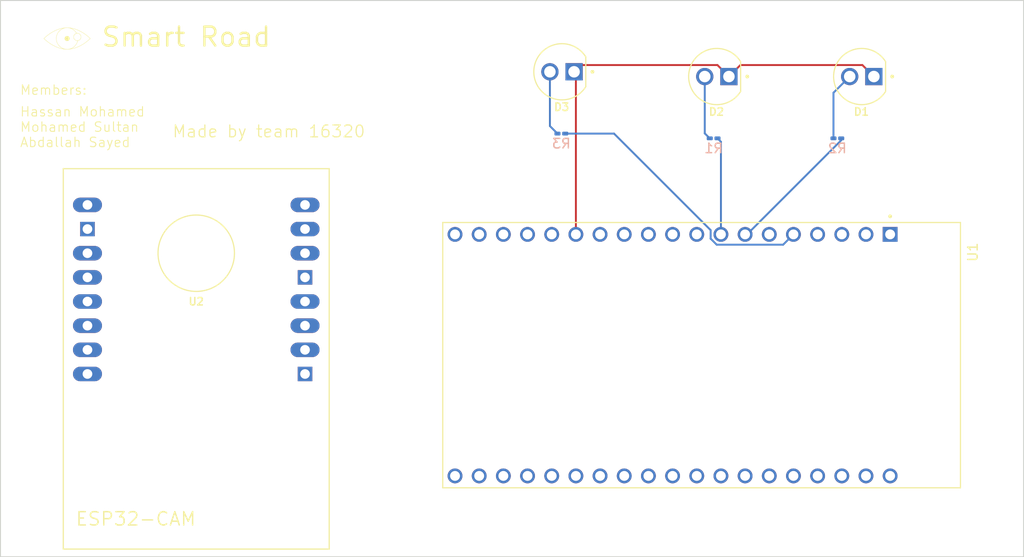
<source format=kicad_pcb>
(kicad_pcb (version 20241229) (generator "pcbnew") (generator_version "9.0")
  (layers (0 "F.Cu" signal) (2 "B.Cu" signal) (13 "F.Paste" user) (15 "B.Paste" user) (5 "F.SilkS" user "F.Silkscreen") (7 "B.SilkS" user "B.Silkscreen") (1 "F.Mask" user) (3 "B.Mask" user) (25 "Edge.Cuts" user))
  (net 0 "")
  (net 1 "Net-(D1-PadA)")
  (net 2 "GND")
  (net 3 "Net-(D2-PadA)")
  (net 4 "Net-(D3-PadA)")
  (net 5 "Net-(U1-IO33)")
  (net 6 "Net-(U1-IO32)")
  (net 7 "Net-(U1-IO34)")
  (footprint "L08R5000Q1:LEDRD254W57D500H1070" (layer "F.Cu") (at 189 56 180)
    (property "Reference" "D3" (at 0.04 -3.708 0) (layer "F.SilkS") (effects (font (size 0.8 0.8))))
    (property "Value" "L08R5000Q1")
    (fp_line (start -2.5 -1.566) (end -2.5 1.566) (stroke (width 0.127)) (layer "F.SilkS"))
    (fp_arc (start -2.5 -1.566) (mid 2.961291 0) (end -2.5 1.566) (stroke (width 0.127)) (layer "F.SilkS"))
    (fp_circle (center -3.2 0) (end -3.1 0) (stroke (width 0.2)) (fill no) (layer "F.SilkS"))
    (pad "A" thru_hole circle (at 1.27 0 180) (size 1.815 1.815) (drill 1.21) (layers "*.Cu" "*.Mask") (net 4 "Net-(D3-PadA)"))
    (pad "C" thru_hole rect (at -1.27 0 180) (size 1.815 1.815) (drill 1.21) (layers "*.Cu" "*.Mask") (net 2 "GND"))
  )
  (footprint "ESP32-CAM:ESP32-CAM" (layer "F.Cu") (at 150.57 80.16 180)
    (property "Reference" "U2" (at 0 0 0) (layer "F.SilkS") (effects (font (size 0.787402 0.787402))))
    (property "Value" "ESP32-CAM")
    (fp_line (start 13.97 13.97) (end 13.97 -26.035) (stroke (width 0.127)) (layer "F.SilkS"))
    (fp_line (start 13.97 -26.035) (end -13.97 -26.035) (stroke (width 0.127)) (layer "F.SilkS"))
    (fp_line (start -13.97 13.97) (end 13.97 13.97) (stroke (width 0.127)) (layer "F.SilkS"))
    (fp_line (start -13.97 -26.035) (end -13.97 13.97) (stroke (width 0.127)) (layer "F.SilkS"))
    (fp_circle (center 0 5.08) (end 4.01609 5.08) (stroke (width 0.127)) (fill no) (layer "F.SilkS"))
    (fp_text user "ESP32-CAM" (at 6.35 -22.86 0) (layer "F.SilkS") (effects (font (size 1.4 1.4))))
    (pad "P$1" thru_hole rect (at -11.43 -7.62 180) (size 1.524 1.524) (drill 1.016) (layers "*.Cu" "*.Mask"))
    (pad "P$2" thru_hole oval (at -11.43 -5.08 180) (size 3.048 1.524) (drill 1.016) (layers "*.Cu" "*.Mask"))
    (pad "P$3" thru_hole oval (at -11.43 -2.54 180) (size 3.048 1.524) (drill 1.016) (layers "*.Cu" "*.Mask"))
    (pad "P$4" thru_hole oval (at -11.43 0 180) (size 3.048 1.524) (drill 1.016) (layers "*.Cu" "*.Mask"))
    (pad "P$5" thru_hole rect (at -11.43 2.54 180) (size 1.524 1.524) (drill 1.016) (layers "*.Cu" "*.Mask"))
    (pad "P$6" thru_hole oval (at -11.43 5.08 180) (size 3.048 1.524) (drill 1.016) (layers "*.Cu" "*.Mask"))
    (pad "P$7" thru_hole oval (at -11.43 7.62 180) (size 3.048 1.524) (drill 1.016) (layers "*.Cu" "*.Mask"))
    (pad "P$8" thru_hole oval (at -11.43 10.16 180) (size 3.048 1.524) (drill 1.016) (layers "*.Cu" "*.Mask"))
    (pad "P$9" thru_hole oval (at 11.43 10.16 180) (size 3.048 1.524) (drill 1.016) (layers "*.Cu" "*.Mask"))
    (pad "P$10" thru_hole rect (at 11.43 7.62 180) (size 1.524 1.524) (drill 1.016) (layers "*.Cu" "*.Mask"))
    (pad "P$11" thru_hole oval (at 11.43 5.08 180) (size 3.048 1.524) (drill 1.016) (layers "*.Cu" "*.Mask"))
    (pad "P$12" thru_hole oval (at 11.43 2.54 180) (size 3.048 1.524) (drill 1.016) (layers "*.Cu" "*.Mask"))
    (pad "P$13" thru_hole oval (at 11.43 0 180) (size 3.048 1.524) (drill 1.016) (layers "*.Cu" "*.Mask"))
    (pad "P$14" thru_hole oval (at 11.43 -2.54 180) (size 3.048 1.524) (drill 1.016) (layers "*.Cu" "*.Mask"))
    (pad "P$15" thru_hole oval (at 11.43 -5.08 180) (size 3.048 1.524) (drill 1.016) (layers "*.Cu" "*.Mask"))
    (pad "P$16" thru_hole oval (at 11.43 -7.62 180) (size 3.048 1.524) (drill 1.016) (layers "*.Cu" "*.Mask"))
  )
  (footprint "L08R5000Q1:LEDRD254W57D500H1070" (layer "F.Cu") (at 205.27 56.5 180)
    (property "Reference" "D2" (at 0.04 -3.708 0) (layer "F.SilkS") (effects (font (size 0.8 0.8))))
    (property "Value" "L08R5000Q1")
    (fp_line (start -2.5 -1.566) (end -2.5 1.566) (stroke (width 0.127)) (layer "F.SilkS"))
    (fp_arc (start -2.5 -1.566) (mid 2.961291 0) (end -2.5 1.566) (stroke (width 0.127)) (layer "F.SilkS"))
    (fp_circle (center -3.2 0) (end -3.1 0) (stroke (width 0.2)) (fill no) (layer "F.SilkS"))
    (pad "A" thru_hole circle (at 1.27 0 180) (size 1.815 1.815) (drill 1.21) (layers "*.Cu" "*.Mask") (net 3 "Net-(D2-PadA)"))
    (pad "C" thru_hole rect (at -1.27 0 180) (size 1.815 1.815) (drill 1.21) (layers "*.Cu" "*.Mask") (net 2 "GND"))
  )
  (footprint "L08R5000Q1:LEDRD254W57D500H1070" (layer "F.Cu") (at 220.5 56.5 180)
    (property "Reference" "D1" (at 0.04 -3.708 0) (layer "F.SilkS") (effects (font (size 0.8 0.8))))
    (property "Value" "L08R5000Q1")
    (fp_line (start -2.5 -1.566) (end -2.5 1.566) (stroke (width 0.127)) (layer "F.SilkS"))
    (fp_arc (start -2.5 -1.566) (mid 2.961291 0) (end -2.5 1.566) (stroke (width 0.127)) (layer "F.SilkS"))
    (fp_circle (center -3.2 0) (end -3.1 0) (stroke (width 0.2)) (fill no) (layer "F.SilkS"))
    (pad "A" thru_hole circle (at 1.27 0 180) (size 1.815 1.815) (drill 1.21) (layers "*.Cu" "*.Mask") (net 1 "Net-(D1-PadA)"))
    (pad "C" thru_hole rect (at -1.27 0 180) (size 1.815 1.815) (drill 1.21) (layers "*.Cu" "*.Mask") (net 2 "GND"))
  )
  (footprint "ESP32-DEVKITC-32D:MODULE_ESP32-DEVKITC-32D" (layer "F.Cu") (at 203.72 85.8 -90)
    (property "Reference" "U1" (at -10.829175 -28.446045 90) (layer "F.SilkS") (effects (font (size 1.000386 1.000386))))
    (property "Value" "ESP32-DEVKITC-32D")
    (fp_line (start -13.95 27.25) (end -13.95 -27.15) (stroke (width 0.127)) (layer "F.SilkS"))
    (fp_line (start 13.95 27.25) (end -13.95 27.25) (stroke (width 0.127)) (layer "F.SilkS"))
    (fp_line (start -13.95 -27.15) (end 13.95 -27.15) (stroke (width 0.127)) (layer "F.SilkS"))
    (fp_line (start 13.95 -27.15) (end 13.95 27.25) (stroke (width 0.127)) (layer "F.SilkS"))
    (fp_circle (center -14.6 -19.76) (end -14.5 -19.76) (stroke (width 0.2)) (fill no) (layer "F.SilkS"))
    (pad "J2-1" thru_hole rect (at -12.7 -19.76 270) (size 1.56 1.56) (drill 1.04) (layers "*.Cu" "*.Mask"))
    (pad "J2-2" thru_hole circle (at -12.7 -17.22 270) (size 1.56 1.56) (drill 1.04) (layers "*.Cu" "*.Mask"))
    (pad "J2-3" thru_hole circle (at -12.7 -14.68 270) (size 1.56 1.56) (drill 1.04) (layers "*.Cu" "*.Mask"))
    (pad "J2-4" thru_hole circle (at -12.7 -12.14 270) (size 1.56 1.56) (drill 1.04) (layers "*.Cu" "*.Mask"))
    (pad "J2-5" thru_hole circle (at -12.7 -9.6 270) (size 1.56 1.56) (drill 1.04) (layers "*.Cu" "*.Mask") (net 7 "Net-(U1-IO34)"))
    (pad "J2-6" thru_hole circle (at -12.7 -7.06 270) (size 1.56 1.56) (drill 1.04) (layers "*.Cu" "*.Mask"))
    (pad "J2-7" thru_hole circle (at -12.7 -4.52 270) (size 1.56 1.56) (drill 1.04) (layers "*.Cu" "*.Mask") (net 6 "Net-(U1-IO32)"))
    (pad "J2-8" thru_hole circle (at -12.7 -1.98 270) (size 1.56 1.56) (drill 1.04) (layers "*.Cu" "*.Mask") (net 5 "Net-(U1-IO33)"))
    (pad "J2-9" thru_hole circle (at -12.7 0.56 270) (size 1.56 1.56) (drill 1.04) (layers "*.Cu" "*.Mask"))
    (pad "J2-10" thru_hole circle (at -12.7 3.1 270) (size 1.56 1.56) (drill 1.04) (layers "*.Cu" "*.Mask"))
    (pad "J2-11" thru_hole circle (at -12.7 5.64 270) (size 1.56 1.56) (drill 1.04) (layers "*.Cu" "*.Mask"))
    (pad "J2-12" thru_hole circle (at -12.7 8.18 270) (size 1.56 1.56) (drill 1.04) (layers "*.Cu" "*.Mask"))
    (pad "J2-13" thru_hole circle (at -12.7 10.72 270) (size 1.56 1.56) (drill 1.04) (layers "*.Cu" "*.Mask"))
    (pad "J2-14" thru_hole circle (at -12.7 13.26 270) (size 1.56 1.56) (drill 1.04) (layers "*.Cu" "*.Mask") (net 2 "GND"))
    (pad "J2-15" thru_hole circle (at -12.7 15.8 270) (size 1.56 1.56) (drill 1.04) (layers "*.Cu" "*.Mask"))
    (pad "J2-16" thru_hole circle (at -12.7 18.34 270) (size 1.56 1.56) (drill 1.04) (layers "*.Cu" "*.Mask"))
    (pad "J2-17" thru_hole circle (at -12.7 20.88 270) (size 1.56 1.56) (drill 1.04) (layers "*.Cu" "*.Mask"))
    (pad "J2-18" thru_hole circle (at -12.7 23.42 270) (size 1.56 1.56) (drill 1.04) (layers "*.Cu" "*.Mask"))
    (pad "J2-19" thru_hole circle (at -12.7 25.96 270) (size 1.56 1.56) (drill 1.04) (layers "*.Cu" "*.Mask"))
    (pad "J3-1" thru_hole circle (at 12.7 -19.76 270) (size 1.56 1.56) (drill 1.04) (layers "*.Cu" "*.Mask"))
    (pad "J3-2" thru_hole circle (at 12.7 -17.22 270) (size 1.56 1.56) (drill 1.04) (layers "*.Cu" "*.Mask"))
    (pad "J3-3" thru_hole circle (at 12.7 -14.68 270) (size 1.56 1.56) (drill 1.04) (layers "*.Cu" "*.Mask"))
    (pad "J3-4" thru_hole circle (at 12.7 -12.14 270) (size 1.56 1.56) (drill 1.04) (layers "*.Cu" "*.Mask"))
    (pad "J3-5" thru_hole circle (at 12.7 -9.6 270) (size 1.56 1.56) (drill 1.04) (layers "*.Cu" "*.Mask"))
    (pad "J3-6" thru_hole circle (at 12.7 -7.06 270) (size 1.56 1.56) (drill 1.04) (layers "*.Cu" "*.Mask"))
    (pad "J3-7" thru_hole circle (at 12.7 -4.52 270) (size 1.56 1.56) (drill 1.04) (layers "*.Cu" "*.Mask"))
    (pad "J3-8" thru_hole circle (at 12.7 -1.98 270) (size 1.56 1.56) (drill 1.04) (layers "*.Cu" "*.Mask"))
    (pad "J3-9" thru_hole circle (at 12.7 0.56 270) (size 1.56 1.56) (drill 1.04) (layers "*.Cu" "*.Mask"))
    (pad "J3-10" thru_hole circle (at 12.7 3.1 270) (size 1.56 1.56) (drill 1.04) (layers "*.Cu" "*.Mask"))
    (pad "J3-11" thru_hole circle (at 12.7 5.64 270) (size 1.56 1.56) (drill 1.04) (layers "*.Cu" "*.Mask"))
    (pad "J3-12" thru_hole circle (at 12.7 8.18 270) (size 1.56 1.56) (drill 1.04) (layers "*.Cu" "*.Mask"))
    (pad "J3-13" thru_hole circle (at 12.7 10.72 270) (size 1.56 1.56) (drill 1.04) (layers "*.Cu" "*.Mask"))
    (pad "J3-14" thru_hole circle (at 12.7 13.26 270) (size 1.56 1.56) (drill 1.04) (layers "*.Cu" "*.Mask"))
    (pad "J3-15" thru_hole circle (at 12.7 15.8 270) (size 1.56 1.56) (drill 1.04) (layers "*.Cu" "*.Mask"))
    (pad "J3-16" thru_hole circle (at 12.7 18.34 270) (size 1.56 1.56) (drill 1.04) (layers "*.Cu" "*.Mask"))
    (pad "J3-17" thru_hole circle (at 12.7 20.88 270) (size 1.56 1.56) (drill 1.04) (layers "*.Cu" "*.Mask"))
    (pad "J3-18" thru_hole circle (at 12.7 23.42 270) (size 1.56 1.56) (drill 1.04) (layers "*.Cu" "*.Mask"))
    (pad "J3-19" thru_hole circle (at 12.7 25.96 270) (size 1.56 1.56) (drill 1.04) (layers "*.Cu" "*.Mask"))
  )
  (footprint "LOGO" (layer "F.Cu") (at 137 52.5)
    (property "Reference" "G***" (hide yes))
    (property "Value" "LOGO" (hide yes))
    (fp_poly (pts (xy 0.073767 -0.250748) (xy 0.1376 -0.225436) (xy 0.189804 -0.185319) (xy 0.228685 -0.13209) (xy 0.252548 -0.067442) (xy 0.259784 0) (xy 0.250836 0.073858) (xy 0.225402 0.137723) (xy 0.185159 0.189919) (xy 0.131783 0.228767) (xy 0.066952 0.252592) (xy -0.000001 0.259804) (xy -0.054089 0.255887) (xy -0.10032 0.242649) (xy -0.115046 0.236167) (xy -0.175498 0.197745) (xy -0.219945 0.14743) (xy -0.248061 0.085757) (xy -0.259518 0.013258) (xy -0.259786 0) (xy -0.251086 -0.073583) (xy -0.225825 -0.137289) (xy -0.185696 -0.189425) (xy -0.132394 -0.2283) (xy -0.067613 -0.252219) (xy -0.000001 -0.259561)) (fill yes) (layer "F.SilkS"))
    (fp_poly (pts (xy 0.198306 -1.145533) (xy 0.390016 -1.12472) (xy 0.580157 -1.089017) (xy 0.773758 -1.037592) (xy 0.860388 -1.010084) (xy 1.067807 -0.932962) (xy 1.278603 -0.838904) (xy 1.48957 -0.729863) (xy 1.697499 -0.60779) (xy 1.899184 -0.474637) (xy 2.091418 -0.332354) (xy 2.270995 -0.182893) (xy 2.370933 -0.090963) (xy 2.46597 0) (xy 2.370933 0.090962) (xy 2.213095 0.232605) (xy 2.039208 0.371548) (xy 1.853227 0.505185) (xy 1.65911 0.630913) (xy 1.460814 0.746129) (xy 1.262297 0.848229) (xy 1.125493 0.910427) (xy 0.919663 0.990089) (xy 0.709882 1.054717) (xy 0.498712 1.103839) (xy 0.288716 1.136983) (xy 0.082459 1.153677) (xy -0.117497 1.153448) (xy -0.17507 1.150068) (xy -0.394153 1.124574) (xy -0.616271 1.079868) (xy -0.840479 1.016337) (xy -1.065831 0.934368) (xy -1.291384 0.834349) (xy -1.516193 0.716667) (xy -1.739311 0.58171) (xy -1.959795 0.429866) (xy -1.995786 0.403268) (xy -2.13561 0.295491) (xy -2.259264 0.192772) (xy -2.369259 0.093011) (xy -2.380938 0.081834) (xy -2.464316 0.001594) (xy -2.405948 0.001594) (xy -2.323095 0.080538) (xy -2.265166 0.133376) (xy -2.194842 0.193735) (xy -2.116438 0.258142) (xy -2.034272 0.323123) (xy -1.952661 0.385202) (xy -1.875921 0.440906) (xy -1.87134 0.444128) (xy -1.64883 0.590872) (xy -1.423405 0.721014) (xy -1.196444 0.833909) (xy -0.969327 0.928913) (xy -0.743432 1.00538) (xy -0.575227 1.050275) (xy -0.515235 1.06414) (xy -0.473594 1.073006) (xy -0.449282 1.07687) (xy -0.441279 1.075731) (xy -0.448562 1.069587) (xy -0.47011 1.058436) (xy -0.48776 1.050127) (xy -0.594403 0.991946) (xy -0.699765 0.917854) (xy -0.799415 0.83169) (xy -0.88892 0.737293) (xy -0.96385 0.638502) (xy -0.9651 0.636614) (xy -1.039035 0.506908) (xy -1.094877 0.370524) (xy -1.132627 0.229325) (xy -1.152285 0.085171) (xy -1.152893 0.028777) (xy -1.117459 0.028777) (xy -1.104838 0.163747) (xy -1.075469 0.298704) (xy -1.030273 0.429944) (xy -0.970173 0.553763) (xy -0.934831 0.611717) (xy -0.897226 0.662496) (xy -0.847644 0.720131) (xy -0.790585 0.780128) (xy -0.730546 0.837995) (xy -0.672027 0.889237) (xy -0.619526 0.929361) (xy -0.611194 0.93497) (xy -0.489754 1.00351) (xy -0.359079 1.056725) (xy -0.222574 1.093811) (xy -0.083641 1.113967) (xy 0.054314 1.116391) (xy 0.130051 1.10968) (xy 0.267553 1.083395) (xy 0.280376 1.079369) (xy 0.434748 1.079369) (xy 0.435171 1.079422) (xy 0.448234 1.077403) (xy 0.476736 1.071644) (xy 0.516639 1.062998) (xy 0.563909 1.052318) (xy 0.570224 1.050862) (xy 0.78669 0.991854) (xy 1.006306 0.914499) (xy 1.227063 0.819776) (xy 1.446955 0.708664) (xy 1.663975 0.582139) (xy 1.876114 0.441182) (xy 1.985781 0.361034) (xy 2.044288 0.315913) (xy 2.106612 0.266197) (xy 2.169467 0.214653) (xy 2.229568 0.164048) (xy 2.283627 0.117151) (xy 2.328359 0.076728) (xy 2.360478 0.045549) (xy 2.360929 0.04508) (xy 2.405947 -0.001765) (xy 2.318307 -0.084817) (xy 2.277813 -0.121855) (xy 2.227113 -0.166232) (xy 2.171862 -0.213102) (xy 2.117718 -0.257616) (xy 2.101747 -0.270414) (xy 1.879958 -0.436983) (xy 1.654968 -0.586594) (xy 1.427761 -0.718747) (xy 1.199322 -0.83294) (xy 0.970635 -0.92867) (xy 0.742685 -1.005438) (xy 0.570224 -1.050863) (xy 0.522308 -1.06174) (xy 0.481247 -1.070691) (xy 0.451077 -1.076864) (xy 0.435833 -1.079404) (xy 0.435171 -1.079423) (xy 0.438353 -1.075516) (xy 0.456083 -1.065543) (xy 0.484634 -1.051579) (xy 0.487759 -1.050128) (xy 0.572806 -1.004517) (xy 0.660226 -0.946354) (xy 0.745959 -0.879143) (xy 0.825943 -0.806388) (xy 0.896114 -0.731595) (xy 0.952412 -0.658266) (xy 0.965379 -0.638077) (xy 1.005395 -0.572632) (xy 1.096188 -0.567801) (xy 1.145758 -0.564029) (xy 1.183468 -0.557612) (xy 1.217451 -0.54661) (xy 1.253465 -0.530253) (xy 1.322367 -0.486578) (xy 1.383909 -0.428796) (xy 1.432893 -0.362175) (xy 1.448611 -0.332527) (xy 1.46054 -0.305215) (xy 1.468344 -0.280536) (xy 1.47288 -0.253003) (xy 1.475004 -0.217132) (xy 1.475575 -0.167439) (xy 1.47558 -0.16) (xy 1.475229 -0.109082) (xy 1.473553 -0.072713) (xy 1.469618 -0.045447) (xy 1.462493 -0.021837) (xy 1.451245 0.003563) (xy 1.445604 0.015) (xy 1.405874 0.077901) (xy 1.354192 0.134843) (xy 1.294751 0.182467) (xy 1.231746 0.217415) (xy 1.169372 0.236327) (xy 1.169149 0.236363) (xy 1.149707 0.240468) (xy 1.137246 0.248187) (xy 1.128275 0.26419) (xy 1.1193 0.293149) (xy 1.115145 0.308587) (xy 1.070438 0.438989) (xy 1.007837 0.564995) (xy 0.929351 0.684227) (xy 0.836993 0.79431) (xy 0.732773 0.892867) (xy 0.618701 0.97752) (xy 0.496788 1.045894) (xy 0.487759 1.050127) (xy 0.458377 1.06436) (xy 0.439465 1.0748) (xy 0.434748 1.079369) (xy 0.280376 1.079369) (xy 0.401236 1.041423) (xy 0.451894 1.0207) (xy 0.574821 0.956228) (xy 0.689854 0.875257) (xy 0.794958 0.780079) (xy 0.888098 0.672989) (xy 0.967236 0.556278) (xy 1.030338 0.432242) (xy 1.069045 0.32547) (xy 1.078808 0.291514) (xy 1.085438 0.266313) (xy 1.087661 0.254747) (xy 1.087564 0.254503) (xy 1.077398 0.25233) (xy 1.052683 0.247974) (xy 1.018638 0.242351) (xy 1.016459 0.242001) (xy 0.92834 0.218184) (xy 0.848937 0.177238) (xy 0.780453 0.12077) (xy 0.725089 0.050386) (xy 0.705241 0.015) (xy 0.692152 -0.012548) (xy 0.683547 -0.036203) (xy 0.678492 -0.061413) (xy 0.676055 -0.093625) (xy 0.675303 -0.138285) (xy 0.675265 -0.16) (xy 0.675479 -0.185324) (xy 0.705723 -0.185324) (xy 0.709266 -0.110303) (xy 0.710857 -0.101985) (xy 0.737624 -0.016834) (xy 0.778996 0.056259) (xy 0.832922 0.116155) (xy 0.897352 0.161713) (xy 0.970237 0.191793) (xy 1.049526 0.205256) (xy 1.133168 0.200961) (xy 1.216064 0.178921) (xy 1.282264 0.143999) (xy 1.339973 0.093817) (xy 1.387143 0.031982) (xy 1.421725 -0.037902) (xy 1.441669 -0.112228) (xy 1.444926 -0.187392) (xy 1.441079 -0.216985) (xy 1.416169 -0.299696) (xy 1.374515 -0.374347) (xy 1.318294 -0.43803) (xy 1.249683 -0.487839) (xy 1.230866 -0.497774) (xy 1.202332 -0.510677) (xy 1.176395 -0.51875) (xy 1.146807 -0.52309) (xy 1.10732 -0.524789) (xy 1.075423 -0.524996) (xy 1.026747 -0.524377) (xy 0.991813 -0.521791) (xy 0.964371 -0.516143) (xy 0.938173 -0.506339) (xy 0.919979 -0.497774) (xy 0.851905 -0.45444) (xy 0.79473 -0.398288) (xy 0.750167 -0.332557) (xy 0.719927 -0.260489) (xy 0.705723 -0.185324) (xy 0.675479 -0.185324) (xy 0.675703 -0.211802) (xy 0.677587 -0.249097) (xy 0.681775 -0.27737) (xy 0.689124 -0.302107) (xy 0.700493 -0.32879) (xy 0.702235 -0.332527) (xy 0.743684 -0.400364) (xy 0.799633 -0.46207) (xy 0.864581 -0.512047) (xy 0.895637 -0.529395) (xy 0.927288 -0.546063) (xy 0.950353 -0.560295) (xy 0.960282 -0.569252) (xy 0.960377 -0.569761) (xy 0.953963 -0.584736) (xy 0.936476 -0.611054) (xy 0.910546 -0.645489) (xy 0.878805 -0.684811) (xy 0.843884 -0.725794) (xy 0.808415 -0.765209) (xy 0.775029 -0.79983) (xy 0.764412 -0.810133) (xy 0.651061 -0.905288) (xy 0.530033 -0.982474) (xy 0.400253 -1.042181) (xy 0.26065 -1.084897) (xy 0.110152 -1.111112) (xy 0.10254 -1.111975) (xy -0.027445 -1.11696) (xy -0.161488 -1.104542) (xy -0.295722 -1.075679) (xy -0.426277 -1.03133) (xy -0.549284 -0.972456) (xy -0.611194 -0.934971) (xy -0.66216 -0.897284) (xy -0.719941 -0.847684) (xy -0.780038 -0.790663) (xy -0.837953 -0.730716) (xy -0.889187 -0.672335) (xy -0.929242 -0.620014) (xy -0.934831 -0.611718) (xy -1.005945 -0.485301) (xy -1.060289 -0.348403) (xy -1.097555 -0.201913) (xy -1.112413 -0.102501) (xy -1.117459 0.028777) (xy -1.152893 0.028777) (xy -1.15385 -0.060074) (xy -1.137322 -0.204549) (xy -1.102702 -0.346392) (xy -1.049989 -0.483742) (xy -0.979184 -0.614737) (xy -0.9651 -0.636615) (xy -0.890489 -0.735452) (xy -0.801218 -0.829968) (xy -0.701719 -0.916323) (xy -0.596424 -0.99068) (xy -0.489764 -1.049197) (xy -0.48776 -1.050128) (xy -0.458379 -1.064361) (xy -0.439466 -1.074801) (xy -0.434749 -1.07937) (xy -0.435172 -1.079423) (xy -0.448236 -1.077404) (xy -0.476737 -1.071645) (xy -0.51664 -1.062999) (xy -0.56391 -1.052319) (xy -0.570225 -1.050863) (xy -0.786691 -0.991855) (xy -1.006307 -0.9145) (xy -1.227064 -0.819777) (xy -1.446957 -0.708665) (xy -1.663976 -0.58214) (xy -1.876115 -0.441183) (xy -1.985782 -0.361035) (xy -2.044147 -0.316023) (xy -2.106389 -0.266375) (xy -2.169213 -0.214865) (xy -2.229325 -0.164265) (xy -2.283429 -0.117352) (xy -2.328231 -0.076898) (xy -2.360435 -0.045679) (xy -2.36093 -0.045166) (xy -2.405948 0.001594) (xy -2.464316 0.001594) (xy -2.465972 0) (xy -2.380938 -0.081835) (xy -2.20686 -0.238674) (xy -2.018283 -0.388818) (xy -1.818337 -0.530358) (xy -1.610151 -0.661382) (xy -1.396852 -0.779982) (xy -1.181571 -0.884246) (xy -0.967435 -0.972266) (xy -0.860339 -1.010065) (xy -0.663396 -1.068691) (xy -0.472022 -1.111179) (xy -0.281193 -1.138361) (xy -0.085885 -1.151066) (xy -0.000001 -1.152285)) (fill yes) (layer "F.SilkS"))
  )
  (footprint "Resistor_SMD:R_0201_0603Metric_Pad0.64x0.40mm_HandSolder" (layer "B.Cu") (at 204.9325 63)
    (property "Reference" "R1" (at 0 1.05 0) (layer "B.SilkS") (effects (justify mirror)))
    (property "Value" "R")
    (pad "1" smd roundrect (at -0.4075 0) (size 0.635 0.4) (layers "B.Cu" "B.Mask") (net 3 "Net-(D2-PadA)"))
    (pad "2" smd roundrect (at 0.4075 0) (size 0.635 0.4) (layers "B.Cu" "B.Mask") (net 5 "Net-(U1-IO33)"))
  )
  (footprint "Resistor_SMD:R_0201_0603Metric_Pad0.64x0.40mm_HandSolder" (layer "B.Cu") (at 188.9325 62.5)
    (property "Reference" "R3" (at 0 1.05 0) (layer "B.SilkS") (effects (justify mirror)))
    (property "Value" "R")
    (pad "1" smd roundrect (at -0.4075 0) (size 0.635 0.4) (layers "B.Cu" "B.Mask") (net 4 "Net-(D3-PadA)"))
    (pad "2" smd roundrect (at 0.4075 0) (size 0.635 0.4) (layers "B.Cu" "B.Mask") (net 7 "Net-(U1-IO34)"))
  )
  (footprint "Resistor_SMD:R_0201_0603Metric_Pad0.64x0.40mm_HandSolder" (layer "B.Cu") (at 217.9325 63)
    (property "Reference" "R2" (at 0 1.05 0) (layer "B.SilkS") (effects (justify mirror)))
    (property "Value" "R")
    (pad "1" smd roundrect (at -0.4075 0) (size 0.635 0.4) (layers "B.Cu" "B.Mask") (net 1 "Net-(D1-PadA)"))
    (pad "2" smd roundrect (at 0.4075 0) (size 0.635 0.4) (layers "B.Cu" "B.Mask") (net 6 "Net-(U1-IO32)"))
  )
  (gr_rect (start 130 48.5) (end 237.5 107) (stroke (width 0.1)) (fill no) (layer "Edge.Cuts"))
  (gr_text "Hassan Mohamed\nMohamed Sultan\nAbdallah Sayed" (at 132 64 0) (layer "F.SilkS") (effects (font (size 1 1) (thickness 0.1)) (justify left bottom)))
  (gr_text "Members:" (at 132 58.5 0) (layer "F.SilkS") (effects (font (size 1 1) (thickness 0.1)) (justify left bottom)))
  (gr_text "Made by team 16320" (at 148 63 0) (layer "F.SilkS") (effects (font (size 1.25 1.25) (thickness 0.125)) (justify left bottom)))
  (gr_text "Smart Road" (at 140.5 53.5 0) (layer "F.SilkS") (effects (font (size 2 2) (thickness 0.25)) (justify left bottom)))
  (segment (start 219.23 56.5) (end 217.525 58.205) (width 0.2) (layer "B.Cu") (net 1))
  (segment (start 217.525 58.205) (end 217.525 63) (width 0.2) (layer "B.Cu") (net 1))
  (segment (start 190.46 56.19) (end 190.27 56) (width 0.2) (layer "F.Cu") (net 2))
  (segment (start 206.54 56.5) (end 207.7485 55.2915) (width 0.2) (layer "F.Cu") (net 2))
  (segment (start 190.27 56) (end 190.9785 55.2915) (width 0.2) (layer "F.Cu") (net 2))
  (segment (start 190.46 73.1) (end 190.46 56.19) (width 0.2) (layer "F.Cu") (net 2))
  (segment (start 207.7485 55.2915) (end 220.5615 55.2915) (width 0.2) (layer "F.Cu") (net 2))
  (segment (start 205.3315 55.2915) (end 206.54 56.5) (width 0.2) (layer "F.Cu") (net 2))
  (segment (start 220.5615 55.2915) (end 221.77 56.5) (width 0.2) (layer "F.Cu") (net 2))
  (segment (start 190.9785 55.2915) (end 205.3315 55.2915) (width 0.2) (layer "F.Cu") (net 2))
  (segment (start 204 62.475) (end 204 56.5) (width 0.2) (layer "B.Cu") (net 3))
  (segment (start 204.525 63) (end 204 62.475) (width 0.2) (layer "B.Cu") (net 3))
  (segment (start 188.525 62.5) (end 187.73 61.705) (width 0.2) (layer "B.Cu") (net 4))
  (segment (start 187.73 61.705) (end 187.73 56) (width 0.2) (layer "B.Cu") (net 4))
  (segment (start 205.34 63) (end 205.7 63.36) (width 0.2) (layer "B.Cu") (net 5))
  (segment (start 205.7 63.36) (end 205.7 73.1) (width 0.2) (layer "B.Cu") (net 5))
  (segment (start 218.34 63) (end 218.34 63.199999) (width 0.2) (layer "B.Cu") (net 6))
  (segment (start 218.34 63.199999) (end 208.439999 73.1) (width 0.2) (layer "B.Cu") (net 6))
  (segment (start 208.439999 73.1) (end 208.24 73.1) (width 0.2) (layer "B.Cu") (net 6))
  (segment (start 194.466765 62.5) (end 204.619 72.652235) (width 0.2) (layer "B.Cu") (net 7))
  (segment (start 189.34 62.5) (end 194.466765 62.5) (width 0.2) (layer "B.Cu") (net 7))
  (segment (start 204.619 73.547765) (end 205.252235 74.181) (width 0.2) (layer "B.Cu") (net 7))
  (segment (start 205.252235 74.181) (end 212.239 74.181) (width 0.2) (layer "B.Cu") (net 7))
  (segment (start 204.619 72.652235) (end 204.619 73.547765) (width 0.2) (layer "B.Cu") (net 7))
  (segment (start 212.239 74.181) (end 213.32 73.1) (width 0.2) (layer "B.Cu") (net 7))
)
</source>
